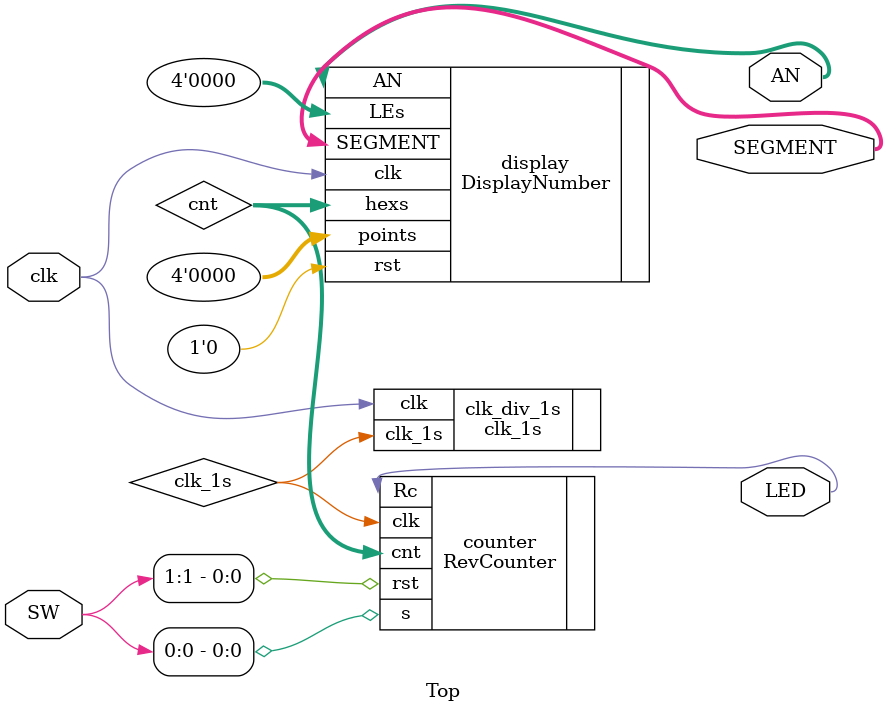
<source format=v>
`timescale 1ns / 1ps


module Top( 
    input wire clk,
    input wire [1:0] SW,
    output wire LED,
    output wire [7:0] SEGMENT,
    output wire [3:0] AN
);

    wire[15:0] cnt;
    wire [3:0] Hex;
    wire clk_1s;

    /* module clk_100ms at submodules/clk_1s.v */
    clk_1s clk_div_1s (.clk(clk), .clk_1s(clk_1s));

    /* You need to implement module RevCounter */
    RevCounter counter(.clk(clk_1s), .rst(SW[1]), .s(SW[0]), .cnt(cnt), .Rc(LED));

    // Please replace module below with your module completed in Lab **7**
    // imoprt submodules for module DisplayNumber from your prev. project
    DisplayNumber display(.clk(clk), .rst(1'b0), .hexs(cnt), .LEs(4'b0000), .points(4'b0000), .AN(AN), .SEGMENT(SEGMENT));

endmodule



</source>
